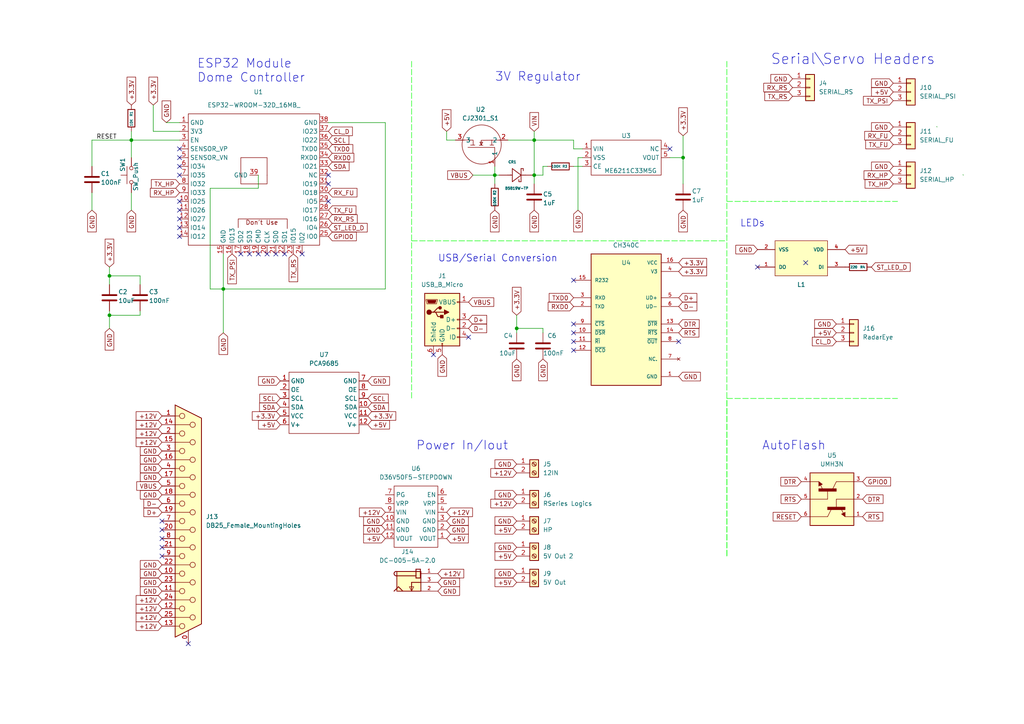
<source format=kicad_sch>
(kicad_sch (version 20211123) (generator eeschema)
  (paper "A4")
  (title_block (title "Dome Controller") (date "2022-12-01") (rev "2.0") (company "Created by: Greg Hulette") (comment 1 "- Controls Radar Eye LEDS") (comment 2 "- Controls Serial Comms to other devices") (comment 3 "- Controls Dome Servos") (comment 4 "- Accepts ESP-NOW messages"))
  (lib_symbols
    (symbol "B5819W-TP_1" (pin_numbers hide) (pin_names hide)
      (property "Reference" "CR" (at 5.08 4.445 0))
      (property "Value" "B5819W-TP_1" (at 5.08 -7.62 0))
      (symbol "B5819W-TP_1_1_1"
        (pin unspecified line (at 0 0 0) (length 2.54) (name "A") (number "A"))
        (pin unspecified line (at 10.16 0 180) (length 2.54) (name "C") (number "C"))
      )
    )
    (symbol "Connector:DB25_Female_MountingHoles" (pin_names (offset 1.016) hide)
      (property "Reference" "J" (at 0 36.83 0))
      (property "Value" "DB25_Female_MountingHoles" (at 0 34.925 0))
      (symbol "DB25_Female_MountingHoles_1_1"
        (pin passive line (at 0 -35.56 90) (length 3.81) (name "PAD") (number "0"))
        (pin passive line (at -7.62 30.48 0) (length 3.81) (name "1") (number "1"))
        (pin passive line (at -7.62 -15.24 0) (length 3.81) (name "10") (number "10"))
        (pin passive line (at -7.62 -20.32 0) (length 3.81) (name "11") (number "11"))
        (pin passive line (at -7.62 -25.4 0) (length 3.81) (name "12") (number "12"))
        (pin passive line (at -7.62 -30.48 0) (length 3.81) (name "13") (number "13"))
        (pin passive line (at -7.62 27.94 0) (length 3.81) (name "P14") (number "14"))
        (pin passive line (at -7.62 22.86 0) (length 3.81) (name "P15") (number "15"))
        (pin passive line (at -7.62 17.78 0) (length 3.81) (name "P16") (number "16"))
        (pin passive line (at -7.62 12.7 0) (length 3.81) (name "P17") (number "17"))
        (pin passive line (at -7.62 7.62 0) (length 3.81) (name "P18") (number "18"))
        (pin passive line (at -7.62 2.54 0) (length 3.81) (name "P19") (number "19"))
        (pin passive line (at -7.62 25.4 0) (length 3.81) (name "2") (number "2"))
        (pin passive line (at -7.62 -2.54 0) (length 3.81) (name "P20") (number "20"))
        (pin passive line (at -7.62 -7.62 0) (length 3.81) (name "P21") (number "21"))
        (pin passive line (at -7.62 -12.7 0) (length 3.81) (name "P22") (number "22"))
        (pin passive line (at -7.62 -17.78 0) (length 3.81) (name "P23") (number "23"))
        (pin passive line (at -7.62 -22.86 0) (length 3.81) (name "P24") (number "24"))
        (pin passive line (at -7.62 -27.94 0) (length 3.81) (name "P25") (number "25"))
        (pin passive line (at -7.62 20.32 0) (length 3.81) (name "3") (number "3"))
        (pin passive line (at -7.62 15.24 0) (length 3.81) (name "4") (number "4"))
        (pin passive line (at -7.62 10.16 0) (length 3.81) (name "5") (number "5"))
        (pin passive line (at -7.62 5.08 0) (length 3.81) (name "6") (number "6"))
        (pin passive line (at -7.62 0 0) (length 3.81) (name "7") (number "7"))
        (pin passive line (at -7.62 -5.08 0) (length 3.81) (name "8") (number "8"))
        (pin passive line (at -7.62 -10.16 0) (length 3.81) (name "9") (number "9"))
      )
    )
    (symbol "Connector:Screw_Terminal_01x02" (pin_names (offset 1.016) hide)
      (property "Reference" "J" (at 0 2.54 0))
      (property "Value" "Screw_Terminal_01x02" (at 0 -5.08 0))
      (symbol "Screw_Terminal_01x02_1_1"
        (pin passive line (at -5.08 0 0) (length 3.81) (name "Pin_1") (number "1"))
        (pin passive line (at -5.08 -2.54 0) (length 3.81) (name "Pin_2") (number "2"))
      )
    )
    (symbol "Connector:USB_B_Micro" (pin_names (offset 1.016))
      (property "Reference" "J" (at -5.08 11.43 0))
      (property "Value" "USB_B_Micro" (at -5.08 8.89 0))
      (symbol "USB_B_Micro_1_1"
        (pin power_out line (at 7.62 5.08 180) (length 2.54) (name "VBUS") (number "1"))
        (pin bidirectional line (at 7.62 -2.54 180) (length 2.54) (name "D-") (number "2"))
        (pin bidirectional line (at 7.62 0 180) (length 2.54) (name "D+") (number "3"))
        (pin passive line (at 7.62 -5.08 180) (length 2.54) (name "ID") (number "4"))
        (pin power_out line (at 0 -10.16 90) (length 2.54) (name "GND") (number "5"))
        (pin passive line (at -2.54 -10.16 90) (length 2.54) (name "Shield") (number "6"))
      )
    )
    (symbol "Connector_Generic:Conn_01x03" (pin_names (offset 1.016) hide)
      (property "Reference" "J" (at 0 5.08 0))
      (property "Value" "Conn_01x03" (at 0 -5.08 0))
      (symbol "Conn_01x03_1_1"
        (pin passive line (at -5.08 2.54 0) (length 3.81) (name "Pin_1") (number "1"))
        (pin passive line (at -5.08 0 0) (length 3.81) (name "Pin_2") (number "2"))
        (pin passive line (at -5.08 -2.54 0) (length 3.81) (name "Pin_3") (number "3"))
      )
    )
    (symbol "Custom:CH340C" (pin_names (offset 1.016))
      (property "Reference" "U" (at -10.16 20.955 0))
      (property "Value" "CH340C" (at -10.16 -20.32 0))
      (symbol "CH340C_0_0"
        (pin power_in line (at 15.24 -15.24 180) (length 5.08) (name "GND") (number "1"))
        (pin input line (at -15.24 -2.54 0) (length 5.08) (name "~{DSR}") (number "10"))
        (pin input line (at -15.24 -5.08 0) (length 5.08) (name "~{RI}") (number "11"))
        (pin input line (at -15.24 -7.62 0) (length 5.08) (name "~{DCD}") (number "12"))
        (pin output line (at 15.24 0 180) (length 5.08) (name "~{DTR}") (number "13"))
        (pin output line (at 15.24 -2.54 180) (length 5.08) (name "~{RTS}") (number "14"))
        (pin input line (at -15.24 12.7 0) (length 5.08) (name "R232") (number "15"))
        (pin power_in line (at 15.24 17.78 180) (length 5.08) (name "VCC") (number "16"))
        (pin output line (at -15.24 5.08 0) (length 5.08) (name "TXD") (number "2"))
        (pin input line (at -15.24 7.62 0) (length 5.08) (name "RXD") (number "3"))
        (pin power_in line (at 15.24 15.24 180) (length 5.08) (name "V3") (number "4"))
        (pin bidirectional line (at 15.24 7.62 180) (length 5.08) (name "UD+") (number "5"))
        (pin bidirectional line (at 15.24 5.08 180) (length 5.08) (name "UD-") (number "6"))
        (pin no_connect line (at 15.24 -10.16 180) (length 5.08) (name "NC.") (number "7"))
        (pin output line (at 15.24 -5.08 180) (length 5.08) (name "~{OUT}") (number "8"))
        (pin input line (at -15.24 0 0) (length 5.08) (name "~{CTS}") (number "9"))
      )
    )
    (symbol "Custom:CJ2301_S1"
      (property "Reference" "U" (at 0 10.16 0))
      (property "Value" "CJ2301_S1" (at -1.27 -10.16 0))
      (symbol "CJ2301_S1_1_1"
        (pin bidirectional line (at 3.81 -6.35 90) (length 2.54) (name "1") (number "1"))
        (pin bidirectional line (at 7.62 1.27 180) (length 2.54) (name "2") (number "2"))
        (pin input line (at -7.62 1.27 0) (length 2.54) (name "3") (number "3"))
      )
    )
    (symbol "Custom:DC-005-5A-2.0" (pin_names (offset 1.016) hide)
      (property "Reference" "J" (at -5.08 5.08 0))
      (property "Value" "DC-005-5A-2.0" (at -5.08 -5.08 0))
      (symbol "DC-005-5A-2.0_0_0"
        (pin passive line (at 7.62 2.54 180) (length 5.08) (name "~") (number "1"))
        (pin passive line (at 7.62 -2.54 180) (length 5.08) (name "~") (number "2"))
        (pin passive line (at 7.62 0 180) (length 5.08) (name "~") (number "3"))
      )
    )
    (symbol "Custom:ESP32-WROOM-32-Custom"
      (property "Reference" "U" (at -3.7846 54.2036 0))
      (property "Value" "ESP32-WROOM-32-Custom" (at -2.1082 -82.3214 0))
      (symbol "ESP32-WROOM-32-Custom_0_0"
        (text "Don't Use" (at 1.016 -11.176 0) (effects (font (size 1.27 1.27))))
      )
      (symbol "ESP32-WROOM-32-Custom_1_1"
        (pin bidirectional line (at -22.86 17.78 0) (length 2.54) (name "GND") (number "1"))
        (pin bidirectional line (at -22.86 -5.08 0) (length 2.54) (name "IO25") (number "10"))
        (pin bidirectional line (at -22.86 -7.62 0) (length 2.54) (name "IO26") (number "11"))
        (pin bidirectional line (at -22.86 -10.16 0) (length 2.54) (name "IO27") (number "12"))
        (pin bidirectional line (at -22.86 -12.7 0) (length 2.54) (name "IO14") (number "13"))
        (pin bidirectional line (at -22.86 -15.24 0) (length 2.54) (name "IO12") (number "14"))
        (pin bidirectional line (at -10.16 -20.32 90) (length 2.54) (name "GND") (number "15"))
        (pin bidirectional line (at -7.62 -20.32 90) (length 2.54) (name "IO13") (number "16"))
        (pin bidirectional line (at -5.08 -20.32 90) (length 2.54) (name "SD2") (number "17"))
        (pin bidirectional line (at -2.54 -20.32 90) (length 2.54) (name "SD3") (number "18"))
        (pin bidirectional line (at 0 -20.32 90) (length 2.54) (name "CMD") (number "19"))
        (pin bidirectional line (at -22.86 15.24 0) (length 2.54) (name "3V3") (number "2"))
        (pin bidirectional line (at 2.54 -20.32 90) (length 2.54) (name "CLK") (number "20"))
        (pin bidirectional line (at 5.08 -20.32 90) (length 2.54) (name "SD0") (number "21"))
        (pin bidirectional line (at 7.62 -20.32 90) (length 2.54) (name "SD1") (number "22"))
        (pin bidirectional line (at 10.16 -20.32 90) (length 2.54) (name "IO15") (number "23"))
        (pin bidirectional line (at 12.7 -20.32 90) (length 2.54) (name "IO2") (number "24"))
        (pin bidirectional line (at 20.32 -15.24 180) (length 2.54) (name "IO0") (number "25"))
        (pin bidirectional line (at 20.32 -12.7 180) (length 2.54) (name "IO4") (number "26"))
        (pin bidirectional line (at 20.32 -10.16 180) (length 2.54) (name "IO16") (number "27"))
        (pin bidirectional line (at 20.32 -7.62 180) (length 2.54) (name "IO17") (number "28"))
        (pin bidirectional line (at 20.32 -5.08 180) (length 2.54) (name "IO5") (number "29"))
        (pin bidirectional line (at -22.86 12.7 0) (length 2.54) (name "EN") (number "3"))
        (pin bidirectional line (at 20.32 -2.54 180) (length 2.54) (name "IO18") (number "30"))
        (pin bidirectional line (at 20.32 0 180) (length 2.54) (name "IO19") (number "31"))
        (pin bidirectional line (at 20.32 2.54 180) (length 2.54) (name "NC") (number "32"))
        (pin bidirectional line (at 20.32 5.08 180) (length 2.54) (name "IO21") (number "33"))
        (pin bidirectional line (at 20.32 7.62 180) (length 2.54) (name "RXD0") (number "34"))
        (pin bidirectional line (at 20.32 10.16 180) (length 2.54) (name "TXD0") (number "35"))
        (pin bidirectional line (at 20.32 12.7 180) (length 2.54) (name "IO22") (number "36"))
        (pin bidirectional line (at 20.32 15.24 180) (length 2.54) (name "IO23") (number "37"))
        (pin bidirectional line (at 20.32 17.78 180) (length 2.54) (name "GND") (number "38"))
        (pin bidirectional line (at 0 2.54 180) (length 2.54) (name "GND") (number "39"))
        (pin bidirectional line (at -22.86 10.16 0) (length 2.54) (name "SENSOR_VP") (number "4"))
        (pin bidirectional line (at -22.86 7.62 0) (length 2.54) (name "SENSOR_VN") (number "5"))
        (pin bidirectional line (at -22.86 5.08 0) (length 2.54) (name "IO34") (number "6"))
        (pin bidirectional line (at -22.86 2.54 0) (length 2.54) (name "IO35") (number "7"))
        (pin bidirectional line (at -22.86 0 0) (length 2.54) (name "IO32") (number "8"))
        (pin bidirectional line (at -22.86 -2.54 0) (length 2.54) (name "IO33") (number "9"))
      )
    )
    (symbol "Custom:ME6211C33M5G"
      (property "Reference" "U" (at -0.1016 6.4262 0))
      (property "Value" "ME6211C33M5G" (at -0.4064 -7.6454 0))
      (symbol "ME6211C33M5G_1_1"
        (pin bidirectional line (at -12.7 2.54 0) (length 2.54) (name "VIN") (number "1"))
        (pin bidirectional line (at -12.7 0 0) (length 2.54) (name "VSS") (number "2"))
        (pin bidirectional line (at -12.7 -2.54 0) (length 2.54) (name "CE") (number "3"))
        (pin bidirectional line (at 12.7 2.54 180) (length 2.54) (name "NC") (number "4"))
        (pin bidirectional line (at 12.7 0 180) (length 2.54) (name "VOUT") (number "5"))
      )
    )
    (symbol "Custom:PCA9685"
      (property "Reference" "U" (at 0.254 8.89 0))
      (property "Value" "PCA9685" (at -0.762 -11.938 0))
      (symbol "PCA9685_1_1"
        (pin bidirectional line (at -12.7 5.08 0) (length 2.54) (name "GND") (number "1"))
        (pin bidirectional line (at 12.7 -2.54 180) (length 2.54) (name "SDA") (number "10"))
        (pin bidirectional line (at 12.7 -5.08 180) (length 2.54) (name "VCC") (number "11"))
        (pin bidirectional line (at 12.7 -7.62 180) (length 2.54) (name "V+") (number "12"))
        (pin bidirectional line (at -12.7 2.54 0) (length 2.54) (name "OE") (number "2"))
        (pin bidirectional line (at -12.7 0 0) (length 2.54) (name "SCL") (number "3"))
        (pin bidirectional line (at -12.7 -2.54 0) (length 2.54) (name "SDA") (number "4"))
        (pin bidirectional line (at -12.7 -5.08 0) (length 2.54) (name "VCC") (number "5"))
        (pin bidirectional line (at -12.7 -7.62 0) (length 2.54) (name "V+") (number "6"))
        (pin bidirectional line (at 12.7 5.08 180) (length 2.54) (name "GND") (number "7"))
        (pin bidirectional line (at 12.7 2.54 180) (length 2.54) (name "OE") (number "8"))
        (pin bidirectional line (at 12.7 0 180) (length 2.54) (name "SCL") (number "9"))
      )
    )
    (symbol "Custom:UMH3N" (pin_names (offset 1.016) hide)
      (property "Reference" "U" (at 2.54 0 0))
      (property "Value" "UMH3N" (at 2.54 -2.54 0))
      (symbol "UMH3N_0_0"
        (pin output line (at -10.16 -10.16 90) (length 2.54) (name "~") (number "1"))
        (pin input line (at -5.08 -10.16 90) (length 2.54) (name "~") (number "2"))
        (pin input line (at 0 -10.16 90) (length 2.54) (name "~") (number "3"))
        (pin output line (at 0 7.62 270) (length 2.54) (name "~") (number "4"))
        (pin input line (at -5.08 7.62 270) (length 2.54) (name "~") (number "5"))
        (pin input line (at -10.16 7.62 270) (length 2.54) (name "~") (number "6"))
      )
    )
    (symbol "Device:C" (pin_numbers hide) (pin_names (offset 0.254))
      (property "Reference" "C" (at 0.635 2.54 0))
      (property "Value" "C" (at 0.635 -2.54 0))
      (symbol "C_1_1"
        (pin passive line (at 0 3.81 270) (length 2.794) (name "~") (number "1"))
        (pin passive line (at 0 -3.81 90) (length 2.794) (name "~") (number "2"))
      )
    )
    (symbol "Device:R" (pin_numbers hide) (pin_names (offset 0))
      (property "Reference" "R" (at 2.032 0 90))
      (property "Value" "R" (at 0 0 90))
      (symbol "R_1_1"
        (pin passive line (at 0 3.81 270) (length 1.27) (name "~") (number "1"))
        (pin passive line (at 0 -3.81 90) (length 1.27) (name "~") (number "2"))
      )
    )
    (symbol "LED:WS2812B-2020" (pin_names (offset 1.016))
      (property "Reference" "L" (at -7.366 5.842 0))
      (symbol "WS2812B-2020_0_0"
        (pin bidirectional line (at 12.7 2.54 180) (length 5.08) (name "DO") (number "1"))
        (pin bidirectional line (at 12.7 -2.54 180) (length 5.08) (name "VSS") (number "2"))
        (pin bidirectional line (at -12.7 2.54 0) (length 5.08) (name "DI") (number "3"))
        (pin bidirectional line (at -12.7 -2.54 0) (length 5.08) (name "VDD") (number "4"))
      )
    )
    (symbol "Pololu:D36V50F5-STEPDOWN"
      (property "Reference" "U" (at 0.762 -11.684 0))
      (property "Value" "D36V50F5-STEPDOWN" (at 0.254 10.414 0))
      (symbol "D36V50F5-STEPDOWN_1_1"
        (pin bidirectional line (at 8.89 -6.35 180) (length 2.54) (name "VOUT") (number "1"))
        (pin bidirectional line (at -8.89 -1.27 0) (length 2.54) (name "GND") (number "10"))
        (pin bidirectional line (at -8.89 -3.81 0) (length 2.54) (name "GND") (number "11"))
        (pin bidirectional line (at -8.89 -6.35 0) (length 2.54) (name "VOUT") (number "12"))
        (pin bidirectional line (at 8.89 -3.81 180) (length 2.54) (name "GND") (number "2"))
        (pin bidirectional line (at 8.89 -1.27 180) (length 2.54) (name "GND") (number "3"))
        (pin bidirectional line (at 8.89 1.27 180) (length 2.54) (name "VIN") (number "4"))
        (pin bidirectional line (at 8.89 3.81 180) (length 2.54) (name "VRP") (number "5"))
        (pin bidirectional line (at 8.89 6.35 180) (length 2.54) (name "EN") (number "6"))
        (pin bidirectional line (at -8.89 6.35 0) (length 2.54) (name "PG") (number "7"))
        (pin bidirectional line (at -8.89 3.81 0) (length 2.54) (name "VRP") (number "8"))
        (pin bidirectional line (at -8.89 1.27 0) (length 2.54) (name "VIN") (number "9"))
      )
    )
    (symbol "Switch:SW_Push" (pin_numbers hide) (pin_names (offset 1.016) hide)
      (property "Reference" "SW" (at 1.27 2.54 0))
      (property "Value" "SW_Push" (at 0 -1.524 0))
      (symbol "SW_Push_0_1"
        (pin passive line (at -5.08 0 0) (length 2.54) (name "1") (number "1"))
        (pin passive line (at 5.08 0 180) (length 2.54) (name "2") (number "2"))
      )
    )
  )
  (junction (at 64.77 83.82))
  (junction (at 31.75 91.44))
  (junction (at 198.12 45.72))
  (junction (at 143.51 50.8))
  (junction (at 31.75 80.01))
  (junction (at 154.94 40.64))
  (junction (at 149.86 95.25))
  (junction (at 38.1 40.64))
  (junction (at 154.94 50.8))
  (no_connect (at 194.31 43.18))
  (no_connect (at 196.85 99.06))
  (no_connect (at 46.99 161.29))
  (no_connect (at 52.07 50.8))
  (no_connect (at 95.25 50.8))
  (no_connect (at 52.07 43.18))
  (no_connect (at 87.63 73.66))
  (no_connect (at 219.71 77.47))
  (no_connect (at 125.73 102.87))
  (no_connect (at 52.07 68.58))
  (no_connect (at 74.93 73.66))
  (no_connect (at 233.68 76.2))
  (no_connect (at 77.47 73.66))
  (no_connect (at 52.07 45.72))
  (no_connect (at 52.07 66.04))
  (no_connect (at 52.07 63.5))
  (no_connect (at 52.07 60.96))
  (no_connect (at 52.07 58.42))
  (no_connect (at 80.01 73.66))
  (no_connect (at 69.85 73.66))
  (no_connect (at 54.61 186.69))
  (no_connect (at 166.37 93.98))
  (no_connect (at 166.37 96.52))
  (no_connect (at 166.37 101.6))
  (no_connect (at 166.37 99.06))
  (no_connect (at 82.55 73.66))
  (no_connect (at 95.25 53.34))
  (no_connect (at 135.89 97.79))
  (no_connect (at 72.39 73.66))
  (no_connect (at 46.99 151.13))
  (no_connect (at 95.25 58.42))
  (no_connect (at 46.99 153.67))
  (no_connect (at 52.07 48.26))
  (no_connect (at 46.99 156.21))
  (no_connect (at 166.37 81.28))
  (no_connect (at 46.99 158.75))
  (wire (pts (xy 40.64 90.17) (xy 40.64 91.44)))
  (wire (pts (xy 38.1 40.64) (xy 52.07 40.64)))
  (wire (pts (xy 271.6847 36.6868) (xy 271.78 36.83)))
  (wire (pts (xy 31.75 77.47) (xy 31.75 80.01)))
  (wire (pts (xy 64.77 83.82) (xy 111.76 83.82)))
  (wire (pts (xy 154.94 50.8) (xy 154.94 53.34)))
  (wire (pts (xy 64.77 73.66) (xy 64.77 83.82)))
  (wire (pts (xy 95.25 35.56) (xy 111.76 35.56)))
  (wire (pts (xy 154.94 40.64) (xy 166.37 40.64)))
  (polyline (pts (xy 210.82 68.58) (xy 210.82 68.58)))
  (wire (pts (xy 40.64 91.44) (xy 31.75 91.44)))
  (wire (pts (xy 64.77 83.82) (xy 64.77 96.52)))
  (polyline (pts (xy 210.82 115.57) (xy 260.35 115.57)) (stroke (width 0) (color 0 255 0 1)))
  (wire (pts (xy 31.75 80.01) (xy 31.75 82.55)))
  (wire (pts (xy 26.67 40.64) (xy 38.1 40.64)))
  (wire (pts (xy 31.75 91.44) (xy 31.75 95.25)))
  (wire (pts (xy 143.51 48.26) (xy 143.51 50.8)))
  (wire (pts (xy 149.86 91.44) (xy 149.86 95.25)))
  (wire (pts (xy 38.1 40.64) (xy 38.1 45.72)))
  (polyline (pts (xy 119.38 17.78) (xy 119.38 115.57)) (stroke (width 0) (color 0 255 0 1)))
  (wire (pts (xy 26.67 48.26) (xy 26.67 40.64)))
  (polyline (pts (xy 210.82 58.42) (xy 260.35 58.42)) (stroke (width 0) (color 0 255 0 1)))
  (wire (pts (xy 74.93 50.8) (xy 74.93 54.61)))
  (wire (pts (xy 166.37 48.26) (xy 168.91 48.26)))
  (wire (pts (xy 198.12 39.37) (xy 198.12 45.72)))
  (wire (pts (xy 38.1 55.88) (xy 38.1 60.96)))
  (wire (pts (xy 40.64 80.01) (xy 40.64 82.55)))
  (wire (pts (xy 44.45 30.48) (xy 44.45 38.1)))
  (wire (pts (xy 157.48 48.26) (xy 157.48 50.8)))
  (wire (pts (xy 149.86 95.25) (xy 149.86 96.52)))
  (polyline (pts (xy 210.82 17.78) (xy 210.82 161.29)) (stroke (width 0) (color 0 255 0 1)))
  (wire (pts (xy 60.96 83.82) (xy 64.77 83.82)))
  (wire (pts (xy 157.48 95.25) (xy 149.86 95.25)))
  (wire (pts (xy 60.96 54.61) (xy 60.96 83.82)))
  (wire (pts (xy 52.07 35.56) (xy 48.26 35.56)))
  (wire (pts (xy 31.75 90.17) (xy 31.75 91.44)))
  (wire (pts (xy 129.54 40.64) (xy 132.08 40.64)))
  (wire (pts (xy 38.1 38.1) (xy 38.1 40.64)))
  (wire (pts (xy 129.54 38.1) (xy 129.54 40.64)))
  (wire (pts (xy 167.64 45.72) (xy 168.91 45.72)))
  (wire (pts (xy 194.31 45.72) (xy 198.12 45.72)))
  (wire (pts (xy 26.67 55.88) (xy 26.67 60.96)))
  (wire (pts (xy 147.32 40.64) (xy 154.94 40.64)))
  (wire (pts (xy 166.37 43.18) (xy 168.91 43.18)))
  (polyline (pts (xy 119.38 69.85) (xy 210.82 69.85)) (stroke (width 0) (color 0 255 0 1)))
  (polyline (pts (xy 210.82 161.29) (xy 210.82 115.57)) (stroke (width 0) (color 0 255 0 1)))
  (wire (pts (xy 154.94 40.64) (xy 154.94 50.8)))
  (wire (pts (xy 166.37 40.64) (xy 166.37 43.18)))
  (wire (pts (xy 198.12 45.72) (xy 198.12 53.34)))
  (wire (pts (xy 143.51 50.8) (xy 143.51 53.34)))
  (wire (pts (xy 44.45 38.1) (xy 52.07 38.1)))
  (wire (pts (xy 167.64 45.72) (xy 167.64 60.96)))
  (wire (pts (xy 137.16 50.8) (xy 143.51 50.8)))
  (wire (pts (xy 74.93 54.61) (xy 60.96 54.61)))
  (wire (pts (xy 279.3047 50.6568) (xy 279.4 50.8)))
  (wire (pts (xy 31.75 80.01) (xy 40.64 80.01)))
  (wire (pts (xy 157.48 50.8) (xy 154.94 50.8)))
  (wire (pts (xy 157.48 95.25) (xy 157.48 96.52)))
  (wire (pts (xy 111.76 35.56) (xy 111.76 83.82)))
  (wire (pts (xy 143.51 50.8) (xy 144.78 50.8)))
  (wire (pts (xy 154.94 38.1) (xy 154.94 40.64)))
  (wire (pts (xy 157.48 48.26) (xy 158.75 48.26)))
  (text "ESP32 Module \nDome Controller" (at 57.15 24.13 0) (effects (font (size 2.54 2.54)) (justify left bottom)))
  (text "3V Regulator\n\n" (at 143.51 27.94 0) (effects (font (size 2.54 2.54)) (justify left bottom)))
  (text "LEDs" (at 214.63 66.04 0) (effects (font (size 2 2)) (justify left bottom)))
  (text "Power In/Iout" (at 120.65 130.81 0) (effects (font (size 2.54 2.54)) (justify left bottom)))
  (text "USB/Serial Conversion \n" (at 127 76.2 0) (effects (font (size 2 2)) (justify left bottom)))
  (text "AutoFlash\n" (at 220.98 130.81 0) (effects (font (size 2.54 2.54)) (justify left bottom)))
  (text "Serial\\Servo Headers" (at 223.52 19.05 0) (effects (font (size 3 3)) (justify left bottom)))
  (label "RESET" (at 27.94 40.64 0))
  (global_label "ST_LED_D" (shape input) (at 95.25 66.04 0) (property "Intersheet References" "${INTERSHEET_REFS}" (effects hide)))
  (global_label "GND" (shape input) (at 48.26 35.56 90) (property "Intersheet References" "${INTERSHEET_REFS}" (effects hide)))
  (global_label "GND" (shape input) (at 196.85 109.22 0) (property "Intersheet References" "${INTERSHEET_REFS}" (effects hide)))
  (global_label "+5V" (shape input) (at 106.68 123.19 0) (property "Intersheet References" "${INTERSHEET_REFS}" (effects hide)))
  (global_label "RTS" (shape input) (at 196.85 96.52 0) (property "Intersheet References" "${INTERSHEET_REFS}" (effects hide)))
  (global_label "GND" (shape input) (at 46.99 168.91 180) (property "Intersheet References" "${INTERSHEET_REFS}" (effects hide)))
  (global_label "RESET" (shape input) (at 232.41 149.86 180) (property "Intersheet References" "${INTERSHEET_REFS}" (effects hide)))
  (global_label "VIN" (shape input) (at 154.94 38.1 90) (property "Intersheet References" "${INTERSHEET_REFS}" (effects hide)))
  (global_label "SCL" (shape input) (at 106.68 115.57 0) (property "Intersheet References" "${INTERSHEET_REFS}" (effects hide)))
  (global_label "+5V" (shape input) (at 111.76 156.21 180) (property "Intersheet References" "${INTERSHEET_REFS}" (effects hide)))
  (global_label "RTS" (shape input) (at 232.41 144.78 180) (property "Intersheet References" "${INTERSHEET_REFS}" (effects hide)))
  (global_label "GND" (shape input) (at 46.99 130.81 180) (property "Intersheet References" "${INTERSHEET_REFS}" (effects hide)))
  (global_label "GND" (shape input) (at 81.28 110.49 180) (property "Intersheet References" "${INTERSHEET_REFS}" (effects hide)))
  (global_label "+12V" (shape input) (at 129.54 148.59 0) (property "Intersheet References" "${INTERSHEET_REFS}" (effects hide)))
  (global_label "GND" (shape input) (at 46.99 133.35 180) (property "Intersheet References" "${INTERSHEET_REFS}" (effects hide)))
  (global_label "+5V" (shape input) (at 259.08 26.67 180) (property "Intersheet References" "${INTERSHEET_REFS}" (effects hide)))
  (global_label "GND" (shape input) (at 149.86 166.37 180) (property "Intersheet References" "${INTERSHEET_REFS}" (effects hide)))
  (global_label "+12V" (shape input) (at 46.99 179.07 180) (property "Intersheet References" "${INTERSHEET_REFS}" (effects hide)))
  (global_label "TX_HP" (shape input) (at 52.07 53.34 180) (property "Intersheet References" "${INTERSHEET_REFS}" (effects hide)))
  (global_label "D+" (shape input) (at 135.89 92.71 0) (property "Intersheet References" "${INTERSHEET_REFS}" (effects hide)))
  (global_label "GND" (shape input) (at 219.71 72.39 180) (property "Intersheet References" "${INTERSHEET_REFS}" (effects hide)))
  (global_label "+12V" (shape input) (at 46.99 120.65 180) (property "Intersheet References" "${INTERSHEET_REFS}" (effects hide)))
  (global_label "RX_FU" (shape input) (at 259.08 39.37 180) (property "Intersheet References" "${INTERSHEET_REFS}" (effects hide)))
  (global_label "CL_D" (shape input) (at 242.57 99.06 180) (property "Intersheet References" "${INTERSHEET_REFS}" (effects hide)))
  (global_label "+3.3V" (shape input) (at 81.28 120.65 180) (property "Intersheet References" "${INTERSHEET_REFS}" (effects hide)))
  (global_label "TXD0" (shape input) (at 95.25 43.18 0) (property "Intersheet References" "${INTERSHEET_REFS}" (effects hide)))
  (global_label "+5V" (shape input) (at 149.86 161.29 180) (property "Intersheet References" "${INTERSHEET_REFS}" (effects hide)))
  (global_label "GND" (shape input) (at 38.1 60.96 270) (property "Intersheet References" "${INTERSHEET_REFS}" (effects hide)))
  (global_label "+12V" (shape input) (at 46.99 181.61 180) (property "Intersheet References" "${INTERSHEET_REFS}" (effects hide)))
  (global_label "GPIO0" (shape input) (at 95.25 68.58 0) (property "Intersheet References" "${INTERSHEET_REFS}" (effects hide)))
  (global_label "DTR" (shape input) (at 232.41 139.7 180) (property "Intersheet References" "${INTERSHEET_REFS}" (effects hide)))
  (global_label "GND" (shape input) (at 143.51 60.96 270) (property "Intersheet References" "${INTERSHEET_REFS}" (effects hide)))
  (global_label "RXD0" (shape input) (at 95.25 45.72 0) (property "Intersheet References" "${INTERSHEET_REFS}" (effects hide)))
  (global_label "GND" (shape input) (at 259.08 36.83 180) (property "Intersheet References" "${INTERSHEET_REFS}" (effects hide)))
  (global_label "TX_FU" (shape input) (at 95.25 60.96 0) (property "Intersheet References" "${INTERSHEET_REFS}" (effects hide)))
  (global_label "+5V" (shape input) (at 245.11 72.39 0) (property "Intersheet References" "${INTERSHEET_REFS}" (effects hide)))
  (global_label "TXD0" (shape input) (at 166.37 86.36 180) (property "Intersheet References" "${INTERSHEET_REFS}" (effects hide)))
  (global_label "GPIO0" (shape input) (at 250.19 139.7 0) (property "Intersheet References" "${INTERSHEET_REFS}" (effects hide)))
  (global_label "+5V" (shape input) (at 129.54 156.21 0) (property "Intersheet References" "${INTERSHEET_REFS}" (effects hide)))
  (global_label "D+" (shape input) (at 196.85 86.36 0) (property "Intersheet References" "${INTERSHEET_REFS}" (effects hide)))
  (global_label "+3.3V" (shape input) (at 149.86 91.44 90) (property "Intersheet References" "${INTERSHEET_REFS}" (effects hide)))
  (global_label "GND" (shape input) (at 46.99 163.83 180) (property "Intersheet References" "${INTERSHEET_REFS}" (effects hide)))
  (global_label "TX_PSI" (shape input) (at 259.08 29.21 180) (property "Intersheet References" "${INTERSHEET_REFS}" (effects hide)))
  (global_label "D-" (shape input) (at 135.89 95.25 0) (property "Intersheet References" "${INTERSHEET_REFS}" (effects hide)))
  (global_label "GND" (shape input) (at 64.77 96.52 270) (property "Intersheet References" "${INTERSHEET_REFS}" (effects hide)))
  (global_label "+3.3V" (shape input) (at 196.85 78.74 0) (property "Intersheet References" "${INTERSHEET_REFS}" (effects hide)))
  (global_label "GND" (shape input) (at 46.99 171.45 180) (property "Intersheet References" "${INTERSHEET_REFS}" (effects hide)))
  (global_label "+3.3V" (shape input) (at 31.75 77.47 90) (property "Intersheet References" "${INTERSHEET_REFS}" (effects hide)))
  (global_label "GND" (shape input) (at 129.54 151.13 0) (property "Intersheet References" "${INTERSHEET_REFS}" (effects hide)))
  (global_label "TX_FU" (shape input) (at 259.08 41.91 180) (property "Intersheet References" "${INTERSHEET_REFS}" (effects hide)))
  (global_label "SDA" (shape input) (at 95.25 48.26 0) (property "Intersheet References" "${INTERSHEET_REFS}" (effects hide)))
  (global_label "D-" (shape input) (at 196.85 88.9 0) (property "Intersheet References" "${INTERSHEET_REFS}" (effects hide)))
  (global_label "GND" (shape input) (at 149.86 134.62 180) (property "Intersheet References" "${INTERSHEET_REFS}" (effects hide)))
  (global_label "D+" (shape input) (at 46.99 148.59 180) (property "Intersheet References" "${INTERSHEET_REFS}" (effects hide)))
  (global_label "TX_PSI" (shape input) (at 67.31 73.66 270) (property "Intersheet References" "${INTERSHEET_REFS}" (effects hide)))
  (global_label "GND" (shape input) (at 198.12 60.96 270) (property "Intersheet References" "${INTERSHEET_REFS}" (effects hide)))
  (global_label "RXD0" (shape input) (at 166.37 88.9 180) (property "Intersheet References" "${INTERSHEET_REFS}" (effects hide)))
  (global_label "+3.3V" (shape input) (at 106.68 120.65 0) (property "Intersheet References" "${INTERSHEET_REFS}" (effects hide)))
  (global_label "ST_LED_D" (shape input) (at 252.73 77.47 0) (property "Intersheet References" "${INTERSHEET_REFS}" (effects hide)))
  (global_label "VBUS" (shape input) (at 135.89 87.63 0) (property "Intersheet References" "${INTERSHEET_REFS}" (effects hide)))
  (global_label "SCL" (shape input) (at 95.25 40.64 0) (property "Intersheet References" "${INTERSHEET_REFS}" (effects hide)))
  (global_label "SDA" (shape input) (at 106.68 118.11 0) (property "Intersheet References" "${INTERSHEET_REFS}" (effects hide)))
  (global_label "+3.3V" (shape input) (at 38.1 30.48 90) (property "Intersheet References" "${INTERSHEET_REFS}" (effects hide)))
  (global_label "GND" (shape input) (at 46.99 166.37 180) (property "Intersheet References" "${INTERSHEET_REFS}" (effects hide)))
  (global_label "GND" (shape input) (at 242.57 93.98 180) (property "Intersheet References" "${INTERSHEET_REFS}" (effects hide)))
  (global_label "+12V" (shape input) (at 46.99 125.73 180) (property "Intersheet References" "${INTERSHEET_REFS}" (effects hide)))
  (global_label "+3.3V" (shape input) (at 196.85 76.2 0) (property "Intersheet References" "${INTERSHEET_REFS}" (effects hide)))
  (global_label "+12V" (shape input) (at 127 166.37 0) (property "Intersheet References" "${INTERSHEET_REFS}" (effects hide)))
  (global_label "GND" (shape input) (at 149.86 151.13 180) (property "Intersheet References" "${INTERSHEET_REFS}" (effects hide)))
  (global_label "GND" (shape input) (at 46.99 135.89 180) (property "Intersheet References" "${INTERSHEET_REFS}" (effects hide)))
  (global_label "+12V" (shape input) (at 46.99 173.99 180) (property "Intersheet References" "${INTERSHEET_REFS}" (effects hide)))
  (global_label "TX_HP" (shape input) (at 259.08 53.34 180) (property "Intersheet References" "${INTERSHEET_REFS}" (effects hide)))
  (global_label "RX_RS" (shape input) (at 95.25 63.5 0) (property "Intersheet References" "${INTERSHEET_REFS}" (effects hide)))
  (global_label "+5V" (shape input) (at 149.86 168.91 180) (property "Intersheet References" "${INTERSHEET_REFS}" (effects hide)))
  (global_label "SDA" (shape input) (at 81.28 118.11 180) (property "Intersheet References" "${INTERSHEET_REFS}" (effects hide)))
  (global_label "+3.3V" (shape input) (at 44.45 30.48 90) (property "Intersheet References" "${INTERSHEET_REFS}" (effects hide)))
  (global_label "+3.3V" (shape input) (at 198.12 39.37 90) (property "Intersheet References" "${INTERSHEET_REFS}" (effects hide)))
  (global_label "+5V" (shape input) (at 129.54 38.1 90) (property "Intersheet References" "${INTERSHEET_REFS}" (effects hide)))
  (global_label "RX_RS" (shape input) (at 229.87 25.4 180) (property "Intersheet References" "${INTERSHEET_REFS}" (effects hide)))
  (global_label "GND" (shape input) (at 46.99 138.43 180) (property "Intersheet References" "${INTERSHEET_REFS}" (effects hide)))
  (global_label "GND" (shape input) (at 106.68 110.49 0) (property "Intersheet References" "${INTERSHEET_REFS}" (effects hide)))
  (global_label "GND" (shape input) (at 229.87 22.86 180) (property "Intersheet References" "${INTERSHEET_REFS}" (effects hide)))
  (global_label "GND" (shape input) (at 46.99 143.51 180) (property "Intersheet References" "${INTERSHEET_REFS}" (effects hide)))
  (global_label "CL_D" (shape input) (at 95.25 38.1 0) (property "Intersheet References" "${INTERSHEET_REFS}" (effects hide)))
  (global_label "RX_FU" (shape input) (at 95.25 55.88 0) (property "Intersheet References" "${INTERSHEET_REFS}" (effects hide)))
  (global_label "GND" (shape input) (at 154.94 60.96 270) (property "Intersheet References" "${INTERSHEET_REFS}" (effects hide)))
  (global_label "DTR" (shape input) (at 250.19 144.78 0) (property "Intersheet References" "${INTERSHEET_REFS}" (effects hide)))
  (global_label "GND" (shape input) (at 31.75 95.25 270) (property "Intersheet References" "${INTERSHEET_REFS}" (effects hide)))
  (global_label "RX_HP" (shape input) (at 52.07 55.88 180) (property "Intersheet References" "${INTERSHEET_REFS}" (effects hide)))
  (global_label "RTS" (shape input) (at 250.19 149.86 0) (property "Intersheet References" "${INTERSHEET_REFS}" (effects hide)))
  (global_label "GND" (shape input) (at 111.76 153.67 180) (property "Intersheet References" "${INTERSHEET_REFS}" (effects hide)))
  (global_label "DTR" (shape input) (at 196.85 93.98 0) (property "Intersheet References" "${INTERSHEET_REFS}" (effects hide)))
  (global_label "GND" (shape input) (at 111.76 151.13 180) (property "Intersheet References" "${INTERSHEET_REFS}" (effects hide)))
  (global_label "GND" (shape input) (at 129.54 153.67 0) (property "Intersheet References" "${INTERSHEET_REFS}" (effects hide)))
  (global_label "GND" (shape input) (at 26.67 60.96 270) (property "Intersheet References" "${INTERSHEET_REFS}" (effects hide)))
  (global_label "+12V" (shape input) (at 46.99 123.19 180) (property "Intersheet References" "${INTERSHEET_REFS}" (effects hide)))
  (global_label "+12V" (shape input) (at 46.99 128.27 180) (property "Intersheet References" "${INTERSHEET_REFS}" (effects hide)))
  (global_label "GND" (shape input) (at 127 168.91 0) (property "Intersheet References" "${INTERSHEET_REFS}" (effects hide)))
  (global_label "GND" (shape input) (at 128.27 102.87 270) (property "Intersheet References" "${INTERSHEET_REFS}" (effects hide)))
  (global_label "VBUS" (shape input) (at 46.99 140.97 180) (property "Intersheet References" "${INTERSHEET_REFS}" (effects hide)))
  (global_label "+12V" (shape input) (at 46.99 176.53 180) (property "Intersheet References" "${INTERSHEET_REFS}" (effects hide)))
  (global_label "TX_RS" (shape input) (at 85.09 73.66 270) (property "Intersheet References" "${INTERSHEET_REFS}" (effects hide)))
  (global_label "+5V" (shape input) (at 149.86 153.67 180) (property "Intersheet References" "${INTERSHEET_REFS}" (effects hide)))
  (global_label "D-" (shape input) (at 46.99 146.05 180) (property "Intersheet References" "${INTERSHEET_REFS}" (effects hide)))
  (global_label "GND" (shape input) (at 127 171.45 0) (property "Intersheet References" "${INTERSHEET_REFS}" (effects hide)))
  (global_label "+12V" (shape input) (at 111.76 148.59 180) (property "Intersheet References" "${INTERSHEET_REFS}" (effects hide)))
  (global_label "+12V" (shape input) (at 149.86 146.05 180) (property "Intersheet References" "${INTERSHEET_REFS}" (effects hide)))
  (global_label "GND" (shape input) (at 149.86 104.14 270) (property "Intersheet References" "${INTERSHEET_REFS}" (effects hide)))
  (global_label "GND" (shape input) (at 149.86 143.51 180) (property "Intersheet References" "${INTERSHEET_REFS}" (effects hide)))
  (global_label "VBUS" (shape input) (at 137.16 50.8 180) (property "Intersheet References" "${INTERSHEET_REFS}" (effects hide)))
  (global_label "GND" (shape input) (at 149.86 158.75 180) (property "Intersheet References" "${INTERSHEET_REFS}" (effects hide)))
  (global_label "+12V" (shape input) (at 149.86 137.16 180) (property "Intersheet References" "${INTERSHEET_REFS}" (effects hide)))
  (global_label "SCL" (shape input) (at 81.28 115.57 180) (property "Intersheet References" "${INTERSHEET_REFS}" (effects hide)))
  (global_label "GND" (shape input) (at 157.48 104.14 270) (property "Intersheet References" "${INTERSHEET_REFS}" (effects hide)))
  (global_label "TX_RS" (shape input) (at 229.87 27.94 180) (property "Intersheet References" "${INTERSHEET_REFS}" (effects hide)))
  (global_label "GND" (shape input) (at 259.08 48.26 180) (property "Intersheet References" "${INTERSHEET_REFS}" (effects hide)))
  (global_label "GND" (shape input) (at 259.08 24.13 180) (property "Intersheet References" "${INTERSHEET_REFS}" (effects hide)))
  (global_label "+5V" (shape input) (at 81.28 123.19 180) (property "Intersheet References" "${INTERSHEET_REFS}" (effects hide)))
  (global_label "RX_HP" (shape input) (at 259.08 50.8 180) (property "Intersheet References" "${INTERSHEET_REFS}" (effects hide)))
  (global_label "+5V" (shape input) (at 242.57 96.52 180) (property "Intersheet References" "${INTERSHEET_REFS}" (effects hide)))
  (global_label "GND" (shape input) (at 167.64 60.96 270) (property "Intersheet References" "${INTERSHEET_REFS}" (effects hide)))
  (symbol (lib_id "Connector:Screw_Terminal_01x02") (at 154.94 151.13 0) (unit 1)
    (property "Reference" "J7" (at 157.48 151.1299 0) (effects (justify left)))
    (property "Value" "HP" (at 157.48 153.6699 0) (effects (justify left)))
    (property "Footprint" "TerminalBlock_4Ucon:TerminalBlock_4Ucon_1x02_P3.50mm_Horizontal" (effects hide))
    (property "LCSC" " C474892" (effects hide))
  )
  (symbol (lib_id "Custom:ME6211C33M5G") (at 181.61 45.72 0) (unit 1)
    (property "Reference" "U3" (at 181.61 39.37 0))
    (property "Value" "ME6211C33M5G" (at 182.88 49.53 0))
    (property "Footprint" "Package_TO_SOT_SMD:SOT-23-5" (effects hide))
    (property "LCSC" "C82942" (effects hide))
  )
  (symbol (lib_id "Connector_Generic:Conn_01x03") (at 264.16 26.67 0) (unit 1)
    (property "Reference" "J10" (at 266.7 25.3999 0) (effects (justify left)))
    (property "Value" "SERIAL_PSI" (at 266.7 27.9399 0) (effects (justify left)))
    (property "Footprint" "Connector_Molex:Molex_KK-254_AE-6410-03A_1x03_P2.54mm_Vertical" (effects hide))
    (property "LCSC" "C471416" (effects hide))
  )
  (symbol (lib_id "Custom:ESP32-WROOM-32-Custom") (at 74.93 53.34 0) (unit 1)
    (property "Reference" "U1" (at 74.93 26.67 0))
    (property "Value" "ESP32-WROOM-32D_16MB_" (at 73.66 30.48 0))
    (property "Footprint" "RF_Module:ESP32-WROOM-32" (effects hide))
    (property "LCSC" " C529578" (effects hide))
  )
  (symbol (lib_id "Connector:Screw_Terminal_01x02") (at 154.94 134.62 0) (unit 1)
    (property "Reference" "J5" (at 157.48 134.6199 0) (effects (justify left)))
    (property "Value" "12IN" (at 157.48 137.1599 0) (effects (justify left)))
    (property "Footprint" "TerminalBlock_4Ucon:TerminalBlock_4Ucon_1x02_P3.50mm_Horizontal" (effects hide))
    (property "LCSC" " C474892" (effects hide))
  )
  (symbol (lib_id "Custom:CJ2301_S1") (at 139.7 41.91 0) (unit 1)
    (property "Reference" "U2" (at 139.3648 31.75 0))
    (property "Value" "CJ2301_S1" (at 139.3648 34.29 0))
    (property "Footprint" "Package_TO_SOT_SMD:SOT-23" (effects hide))
    (property "LCSC" " C8547" (effects hide))
  )
  (symbol (lib_id "Connector:USB_B_Micro") (at 128.27 92.71 0) (unit 1)
    (property "Reference" "J1" (at 128.27 80.01 0))
    (property "Value" "USB_B_Micro" (at 128.27 82.55 0))
    (property "Footprint" "Connector_USB:USB_Micro-B_Amphenol_10118194_Horizontal" (effects hide))
    (property "LCSC" "C132563" (effects hide))
  )
  (symbol (lib_id "Connector:Screw_Terminal_01x02") (at 154.94 143.51 0) (unit 1)
    (property "Reference" "J6" (at 157.48 143.5099 0) (effects (justify left)))
    (property "Value" "RSeries Logics" (at 157.48 146.0499 0) (effects (justify left)))
    (property "Footprint" "TerminalBlock_4Ucon:TerminalBlock_4Ucon_1x02_P3.50mm_Horizontal" (effects hide))
    (property "LCSC" " C474892" (effects hide))
  )
  (symbol (lib_id "Connector:DB25_Female_MountingHoles") (at 54.61 151.13 0) (unit 1)
    (property "Reference" "J13" (at 59.69 149.8599 0) (effects (justify left)))
    (property "Value" "DB25_Female_MountingHoles" (at 59.69 152.3999 0) (effects (justify left)))
    (property "Footprint" "Connector_Dsub:DSUB-25_Female_Vertical_P2.77x2.84mm_MountingHoles" (effects hide))
    (property "Datasheet" " ~" (effects hide))
    (property "LCSC" "C77833" (effects hide))
  )
  (symbol (lib_id "Device:C") (at 154.94 57.15 180) (unit 1)
    (property "Reference" "C5" (at 157.48 56.3117 0) (effects (justify right)))
    (property "Value" "1uF" (at 157.48 58.8517 0) (effects (justify right)))
    (property "Footprint" "Capacitor_SMD:C_0402_1005Metric" (effects hide))
    (property "LCSC" "C77009" (effects hide))
  )
  (symbol (lib_id "Device:C") (at 40.64 86.36 0) (unit 1)
    (property "Reference" "C3" (at 43.18 84.6581 0) (effects (justify left)))
    (property "Value" "100nF" (at 43.18 87.1981 0) (effects (justify left)))
    (property "Footprint" "Capacitor_SMD:C_0402_1005Metric" (effects hide))
    (property "LCSC" "C307331" (effects hide))
  )
  (symbol (lib_id "LED:WS2812B-2020") (at 232.41 74.93 180) (unit 1)
    (property "Reference" "L1" (at 232.41 82.55 0))
    (property "Value" "WS2812B-2020" (effects hide))
    (property "Footprint" "Custom:WS2812B-2020" (effects hide))
    (property "LCSC" "C965555" (effects hide))
  )
  (symbol (lib_id "Device:C") (at 157.48 100.33 0) (unit 1)
    (property "Reference" "C6" (at 158.75 97.3581 0) (effects (justify left)))
    (property "Value" "100nF" (at 157.48 102.4381 0) (effects (justify left)))
    (property "Footprint" "Capacitor_SMD:C_0402_1005Metric" (effects hide))
    (property "LCSC" "C307331" (effects hide))
  )
  (symbol (lib_id "Custom:PCA9685") (at 93.98 115.57 0) (unit 1)
    (property "Reference" "U7" (at 93.98 102.87 0))
    (property "Value" "PCA9685" (at 93.98 105.41 0))
    (property "Footprint" "Custom:PCA9685" (effects hide))
  )
  (symbol (lib_id "Connector_Generic:Conn_01x03") (at 264.16 50.8 0) (unit 1)
    (property "Reference" "J12" (at 266.7 49.5299 0) (effects (justify left)))
    (property "Value" "SERIAL_HP" (at 266.7 52.0699 0) (effects (justify left)))
    (property "Footprint" "Connector_Molex:Molex_KK-254_AE-6410-03A_1x03_P2.54mm_Vertical" (effects hide))
    (property "LCSC" "C471416" (effects hide))
  )
  (symbol (lib_id "Device:C") (at 198.12 57.15 0) (unit 1)
    (property "Reference" "C7" (at 200.66 55.4481 0) (effects (justify left)))
    (property "Value" "1uF" (at 200.66 57.9881 0) (effects (justify left)))
    (property "Footprint" "Capacitor_SMD:C_0402_1005Metric" (effects hide))
    (property "LCSC" "C77009" (effects hide))
  )
  (symbol (lib_id "Connector_Generic:Conn_01x03") (at 247.65 96.52 0) (unit 1)
    (property "Reference" "J16" (at 250.19 95.2499 0) (effects (justify left)))
    (property "Value" "RadarEye" (at 250.19 97.7899 0) (effects (justify left)))
    (property "Footprint" "Connector_Molex:Molex_KK-254_AE-6410-03A_1x03_P2.54mm_Vertical" (effects hide))
    (property "LCSC" "C471416" (effects hide))
  )
  (symbol (lib_id "Custom:UMH3N") (at 240.03 139.7 90) (unit 1)
    (property "Reference" "U5" (at 241.3 132.08 90))
    (property "Value" "UMH3N" (at 241.3 134.62 90))
    (property "Footprint" "Custom:UMT6" (effects hide))
    (property "LCSC" " C62892" (effects hide))
  )
  (symbol (lib_id "Device:R") (at 143.51 57.15 0) (unit 1)
    (property "Reference" "R2" (at 143.51 55.88 90) (effects (font (size 0.7 0.7))))
    (property "Value" "100K" (at 143.51 58.42 90) (effects (font (size 0.7 0.7))))
    (property "Footprint" "Resistor_SMD:R_0603_1608Metric" (effects hide))
    (property "LCSC" "C25803" (effects hide))
  )
  (symbol (lib_id "Connector_Generic:Conn_01x03") (at 264.16 39.37 0) (unit 1)
    (property "Reference" "J11" (at 266.7 38.0999 0) (effects (justify left)))
    (property "Value" "SERIAL_FU" (at 266.7 40.6399 0) (effects (justify left)))
    (property "Footprint" "Connector_Molex:Molex_KK-254_AE-6410-03A_1x03_P2.54mm_Vertical" (effects hide))
    (property "LCSC" "C471416" (effects hide))
  )
  (symbol (lib_id "Device:R") (at 248.92 77.47 270) (unit 1)
    (property "Reference" "R4" (at 250.19 77.47 90) (effects (font (size 0.7 0.7))))
    (property "Value" "220" (at 247.65 77.47 90) (effects (font (size 0.7 0.7))))
    (property "Footprint" "Resistor_SMD:R_0402_1005Metric" (effects hide))
    (property "LCSC" "C25091" (effects hide))
  )
  (symbol (lib_id "Connector:Screw_Terminal_01x02") (at 154.94 158.75 0) (unit 1)
    (property "Reference" "J8" (at 157.48 158.7499 0) (effects (justify left)))
    (property "Value" "5V Out 2" (at 157.48 161.2899 0) (effects (justify left)))
    (property "Footprint" "TerminalBlock_4Ucon:TerminalBlock_4Ucon_1x02_P3.50mm_Horizontal" (effects hide))
    (property "LCSC" " C474892" (effects hide))
  )
  (symbol (lib_id "Switch:SW_Push") (at 38.1 50.8 90) (unit 1)
    (property "Reference" "SW1" (at 35.56 45.7199 0) (effects (justify right)))
    (property "Value" "SW_Push" (at 39.37 46.9899 0) (effects (justify right)))
    (property "Footprint" "Custom:TS-1101S-B-B-B-W-A" (effects hide))
    (property "LCSC" " C692465" (effects hide))
  )
  (symbol (lib_id "Connector_Generic:Conn_01x03") (at 234.95 25.4 0) (unit 1)
    (property "Reference" "J4" (at 237.49 24.1299 0) (effects (justify left)))
    (property "Value" "SERIAL_RS" (at 237.49 26.6699 0) (effects (justify left)))
    (property "Footprint" "Connector_Molex:Molex_KK-254_AE-6410-03A_1x03_P2.54mm_Vertical" (effects hide))
    (property "LCSC" "C471416" (effects hide))
  )
  (symbol (lib_id "Pololu:D36V50F5-STEPDOWN") (at 120.65 149.86 0) (unit 1)
    (property "Reference" "U6" (at 120.65 135.89 0))
    (property "Value" "D36V50F5-STEPDOWN" (at 120.65 138.43 0))
    (property "Footprint" "Pololu:D36V50F5-STEPDOWN" (effects hide))
  )
  (symbol (lib_id "Connector:Screw_Terminal_01x02") (at 154.94 166.37 0) (unit 1)
    (property "Reference" "J9" (at 157.48 166.3699 0) (effects (justify left)))
    (property "Value" "5V Out" (at 157.48 168.9099 0) (effects (justify left)))
    (property "Footprint" "TerminalBlock_4Ucon:TerminalBlock_4Ucon_1x02_P3.50mm_Horizontal" (effects hide))
    (property "LCSC" " C474892" (effects hide))
  )
  (symbol (lib_id "Device:C") (at 31.75 86.36 0) (unit 1)
    (property "Reference" "C2" (at 34.29 84.6581 0) (effects (justify left)))
    (property "Value" "10uF" (at 34.29 87.1981 0) (effects (justify left)))
    (property "Footprint" "Capacitor_SMD:C_0402_1005Metric" (effects hide))
    (property "LCSC" "C315248" (effects hide))
  )
  (symbol (lib_id "Device:C") (at 26.67 52.07 0) (unit 1)
    (property "Reference" "C1" (at 29.21 50.3681 0) (effects (justify left)))
    (property "Value" "100nF" (at 29.21 52.9081 0) (effects (justify left)))
    (property "Footprint" "Capacitor_SMD:C_0402_1005Metric" (effects hide))
    (property "LCSC" "C307331" (effects hide))
  )
  (symbol (lib_id "Custom:DC-005-5A-2.0") (at 119.38 168.91 0) (unit 1)
    (property "Reference" "J14" (at 118.1862 160.02 0))
    (property "Value" "DC-005-5A-2.0" (at 118.1862 162.56 0))
    (property "Footprint" "Custom:XKB_DC-005-5A-2.0" (effects hide))
    (property "PARTREV" "A0" (effects hide))
    (property "STANDARD" "Manufacturer Recommendations" (effects hide))
    (property "MANUFACTURER" "XKB" (effects hide))
    (property "MAXIMUM_PACKAGE_HEIGHT" "11 mm" (effects hide))
    (property "LCSC" "C381116" (effects hide))
  )
  (symbol (lib_id "Device:R") (at 38.1 34.29 0) (unit 1)
    (property "Reference" "R1" (at 38.1 33.02 90) (effects (font (size 0.7 0.7))))
    (property "Value" "10K" (at 38.1 35.56 90) (effects (font (size 0.7 0.7))))
    (property "Footprint" "Resistor_SMD:R_0603_1608Metric" (effects hide))
    (property "LCSC" "C269701" (effects hide))
  )
  (symbol (lib_name "B5819W-TP_1") (lib_id "Custom:B5819W-TP") (at 144.78 50.8 0) (unit 1)
    (property "Reference" "CR1" (at 148.59 46.99 0) (effects (font (size 0.75 0.75))))
    (property "Value" "B5819W-TP" (at 149.86 54.61 0) (effects (font (size 0.75 0.75))))
    (property "Footprint" "Custom:SOD3716X135N" (effects hide))
    (property "LCSC" "C84354" (effects hide))
  )
  (symbol (lib_id "Device:R") (at 162.56 48.26 270) (unit 1)
    (property "Reference" "R3" (at 163.83 48.26 90) (effects (font (size 0.7 0.7))))
    (property "Value" "100K" (at 161.29 48.26 90) (effects (font (size 0.7 0.7))))
    (property "Footprint" "Resistor_SMD:R_0603_1608Metric" (effects hide))
    (property "LCSC" "C25803" (effects hide))
  )
  (symbol (lib_id "Custom:CH340C") (at 181.61 93.98 0) (unit 1)
    (property "Reference" "U4" (at 181.61 76.2 0))
    (property "Value" "CH340C" (at 181.61 71.12 0))
    (property "Footprint" "Custom:SOIC127P600X180-16N" (effects hide))
    (property "PARTREV" "2G" (effects hide))
    (property "MANUFACTURER" "WCH" (effects hide))
    (property "MAXIMUM_PACKAGE_HEIGHT" "1.8 mm" (effects hide))
    (property "STANDARD" "IPC 7351B" (effects hide))
    (property "LCSC" "C84681" (effects hide))
  )
  (symbol (lib_id "Device:C") (at 149.86 100.33 0) (unit 1)
    (property "Reference" "C4" (at 146.05 97.3581 0) (effects (justify left)))
    (property "Value" "10uF" (at 144.78 102.4381 0) (effects (justify left)))
    (property "Footprint" "Capacitor_SMD:C_0402_1005Metric" (effects hide))
    (property "LCSC" "C315248" (effects hide))
  )
)
</source>
